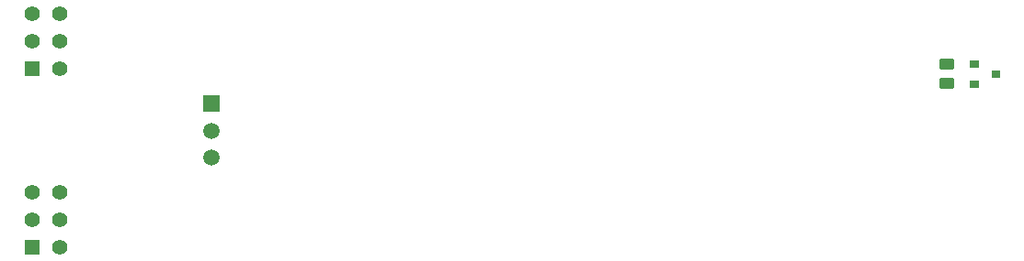
<source format=gbr>
%TF.GenerationSoftware,KiCad,Pcbnew,(6.0.9)*%
%TF.CreationDate,2023-07-09T09:41:20+10:00*%
%TF.ProjectId,Line 2.4,4c696e65-2032-42e3-942e-6b696361645f,rev?*%
%TF.SameCoordinates,Original*%
%TF.FileFunction,Soldermask,Top*%
%TF.FilePolarity,Negative*%
%FSLAX46Y46*%
G04 Gerber Fmt 4.6, Leading zero omitted, Abs format (unit mm)*
G04 Created by KiCad (PCBNEW (6.0.9)) date 2023-07-09 09:41:20*
%MOMM*%
%LPD*%
G01*
G04 APERTURE LIST*
G04 Aperture macros list*
%AMRoundRect*
0 Rectangle with rounded corners*
0 $1 Rounding radius*
0 $2 $3 $4 $5 $6 $7 $8 $9 X,Y pos of 4 corners*
0 Add a 4 corners polygon primitive as box body*
4,1,4,$2,$3,$4,$5,$6,$7,$8,$9,$2,$3,0*
0 Add four circle primitives for the rounded corners*
1,1,$1+$1,$2,$3*
1,1,$1+$1,$4,$5*
1,1,$1+$1,$6,$7*
1,1,$1+$1,$8,$9*
0 Add four rect primitives between the rounded corners*
20,1,$1+$1,$2,$3,$4,$5,0*
20,1,$1+$1,$4,$5,$6,$7,0*
20,1,$1+$1,$6,$7,$8,$9,0*
20,1,$1+$1,$8,$9,$2,$3,0*%
G04 Aperture macros list end*
%ADD10C,0.010000*%
%ADD11RoundRect,0.250000X0.450000X-0.262500X0.450000X0.262500X-0.450000X0.262500X-0.450000X-0.262500X0*%
%ADD12R,1.398000X1.398000*%
%ADD13C,1.398000*%
%ADD14R,1.508000X1.508000*%
%ADD15C,1.508000*%
G04 APERTURE END LIST*
%TO.C,U2*%
G36*
X250350000Y-136550000D02*
G01*
X249650000Y-136550000D01*
X249650000Y-135950000D01*
X250350000Y-135950000D01*
X250350000Y-136550000D01*
G37*
D10*
X250350000Y-136550000D02*
X249650000Y-136550000D01*
X249650000Y-135950000D01*
X250350000Y-135950000D01*
X250350000Y-136550000D01*
G36*
X248350000Y-137500000D02*
G01*
X247650000Y-137500000D01*
X247650000Y-136900000D01*
X248350000Y-136900000D01*
X248350000Y-137500000D01*
G37*
X248350000Y-137500000D02*
X247650000Y-137500000D01*
X247650000Y-136900000D01*
X248350000Y-136900000D01*
X248350000Y-137500000D01*
G36*
X248350000Y-135600000D02*
G01*
X247650000Y-135600000D01*
X247650000Y-135000000D01*
X248350000Y-135000000D01*
X248350000Y-135600000D01*
G37*
X248350000Y-135600000D02*
X247650000Y-135600000D01*
X247650000Y-135000000D01*
X248350000Y-135000000D01*
X248350000Y-135600000D01*
%TD*%
D11*
%TO.C,R25*%
X245500000Y-137162500D03*
X245500000Y-135337500D03*
%TD*%
D12*
%TO.C,J2*%
X161230000Y-152290000D03*
D13*
X161230000Y-149750000D03*
X161230000Y-147210000D03*
X163770000Y-152290000D03*
X163770000Y-149750000D03*
X163770000Y-147210000D03*
%TD*%
D14*
%TO.C,J3*%
X177750000Y-139000000D03*
D15*
X177750000Y-141500000D03*
X177750000Y-144000000D03*
%TD*%
D12*
%TO.C,J1*%
X161230000Y-135790000D03*
D13*
X161230000Y-133250000D03*
X161230000Y-130710000D03*
X163770000Y-135790000D03*
X163770000Y-133250000D03*
X163770000Y-130710000D03*
%TD*%
M02*

</source>
